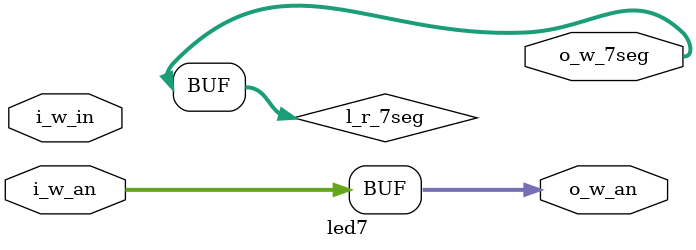
<source format=v>
module led7(
    output wire [6:0] o_w_7seg,
    output wire [7:0] o_w_an,    
    input  wire [3:0] i_w_in,
    input  wire [7:0] i_w_an
);

    reg [6:0] l_r_7seg;

    //Implementati logica led7 conform specificatilor date de laborant

    assign o_w_7seg = l_r_7seg;
    assign o_w_an = i_w_an;
    
endmodule

</source>
